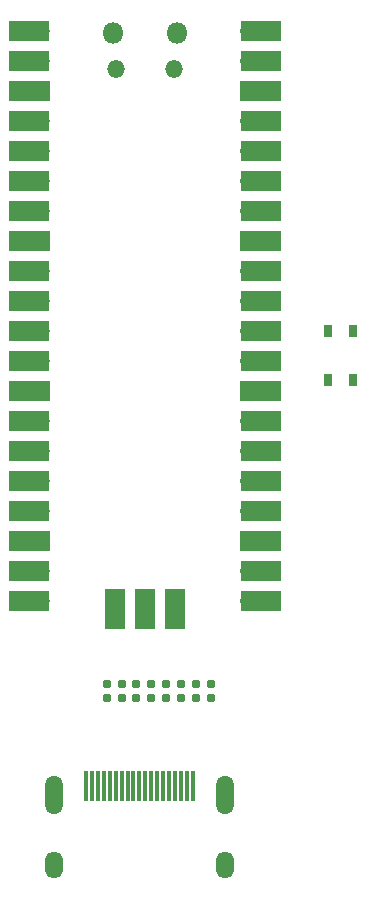
<source format=gbr>
%TF.GenerationSoftware,KiCad,Pcbnew,(6.0.0-0)*%
%TF.CreationDate,2022-10-23T16:11:07-04:00*%
%TF.ProjectId,HDMI_PICO,48444d49-5f50-4494-934f-2e6b69636164,rev?*%
%TF.SameCoordinates,Original*%
%TF.FileFunction,Soldermask,Top*%
%TF.FilePolarity,Negative*%
%FSLAX46Y46*%
G04 Gerber Fmt 4.6, Leading zero omitted, Abs format (unit mm)*
G04 Created by KiCad (PCBNEW (6.0.0-0)) date 2022-10-23 16:11:07*
%MOMM*%
%LPD*%
G01*
G04 APERTURE LIST*
G04 Aperture macros list*
%AMRoundRect*
0 Rectangle with rounded corners*
0 $1 Rounding radius*
0 $2 $3 $4 $5 $6 $7 $8 $9 X,Y pos of 4 corners*
0 Add a 4 corners polygon primitive as box body*
4,1,4,$2,$3,$4,$5,$6,$7,$8,$9,$2,$3,0*
0 Add four circle primitives for the rounded corners*
1,1,$1+$1,$2,$3*
1,1,$1+$1,$4,$5*
1,1,$1+$1,$6,$7*
1,1,$1+$1,$8,$9*
0 Add four rect primitives between the rounded corners*
20,1,$1+$1,$2,$3,$4,$5,0*
20,1,$1+$1,$4,$5,$6,$7,0*
20,1,$1+$1,$6,$7,$8,$9,0*
20,1,$1+$1,$8,$9,$2,$3,0*%
G04 Aperture macros list end*
%ADD10O,1.700000X1.700000*%
%ADD11R,1.700000X1.700000*%
%ADD12R,3.500000X1.700000*%
%ADD13O,1.800000X1.800000*%
%ADD14O,1.500000X1.500000*%
%ADD15R,1.700000X3.500000*%
%ADD16RoundRect,0.160000X-0.160000X0.197500X-0.160000X-0.197500X0.160000X-0.197500X0.160000X0.197500X0*%
%ADD17R,0.300000X2.600000*%
%ADD18O,1.500000X3.300000*%
%ADD19O,1.500000X2.300000*%
%ADD20R,0.650000X1.050000*%
G04 APERTURE END LIST*
D10*
%TO.C,U1*%
X175835000Y-62945000D03*
X175835000Y-65485000D03*
D11*
X175835000Y-68025000D03*
D10*
X175835000Y-70565000D03*
X175835000Y-73105000D03*
X175835000Y-75645000D03*
X175835000Y-78185000D03*
D11*
X175835000Y-80725000D03*
D10*
X175835000Y-83265000D03*
X175835000Y-85805000D03*
X175835000Y-88345000D03*
X175835000Y-90885000D03*
D11*
X175835000Y-93425000D03*
D10*
X175835000Y-95965000D03*
X175835000Y-98505000D03*
X175835000Y-101045000D03*
X175835000Y-103585000D03*
D11*
X175835000Y-106125000D03*
D10*
X175835000Y-108665000D03*
X175835000Y-111205000D03*
X193615000Y-111205000D03*
X193615000Y-108665000D03*
D11*
X193615000Y-106125000D03*
D10*
X193615000Y-103585000D03*
X193615000Y-101045000D03*
X193615000Y-98505000D03*
X193615000Y-95965000D03*
D11*
X193615000Y-93425000D03*
D10*
X193615000Y-90885000D03*
X193615000Y-88345000D03*
X193615000Y-85805000D03*
X193615000Y-83265000D03*
D11*
X193615000Y-80725000D03*
D10*
X193615000Y-78185000D03*
X193615000Y-75645000D03*
X193615000Y-73105000D03*
X193615000Y-70565000D03*
D11*
X193615000Y-68025000D03*
D10*
X193615000Y-65485000D03*
X193615000Y-62945000D03*
D12*
X174935000Y-62945000D03*
X174935000Y-65485000D03*
X174935000Y-68025000D03*
X174935000Y-70565000D03*
X174935000Y-73105000D03*
X174935000Y-75645000D03*
X174935000Y-78185000D03*
X174935000Y-80725000D03*
X174935000Y-83265000D03*
X174935000Y-85805000D03*
X174935000Y-88345000D03*
X174935000Y-90885000D03*
X174935000Y-93425000D03*
X174935000Y-95965000D03*
X174935000Y-98505000D03*
X174935000Y-101045000D03*
X174935000Y-103585000D03*
X174935000Y-106125000D03*
X174935000Y-108665000D03*
X174935000Y-111205000D03*
X194515000Y-62945000D03*
X194515000Y-65485000D03*
X194515000Y-68025000D03*
X194515000Y-70565000D03*
X194515000Y-73105000D03*
X194515000Y-75645000D03*
X194515000Y-78185000D03*
X194515000Y-80725000D03*
X194515000Y-83265000D03*
X194515000Y-85805000D03*
X194515000Y-88345000D03*
X194515000Y-90885000D03*
X194515000Y-93425000D03*
X194515000Y-95965000D03*
X194515000Y-98505000D03*
X194515000Y-101045000D03*
X194515000Y-103585000D03*
X194515000Y-106125000D03*
X194515000Y-108665000D03*
X194515000Y-111205000D03*
D13*
X182000000Y-63075000D03*
X187450000Y-63075000D03*
D14*
X182300000Y-66105000D03*
X187150000Y-66105000D03*
D15*
X182185000Y-111875000D03*
D10*
X182185000Y-110975000D03*
D15*
X184725000Y-111875000D03*
D11*
X184725000Y-110975000D03*
D15*
X187265000Y-111875000D03*
D10*
X187265000Y-110975000D03*
%TD*%
D16*
%TO.C,R7*%
X182735714Y-118202500D03*
X182735714Y-119397500D03*
%TD*%
%TO.C,R2*%
X189039284Y-118202500D03*
X189039284Y-119397500D03*
%TD*%
%TO.C,R1*%
X190300000Y-118202500D03*
X190300000Y-119397500D03*
%TD*%
%TO.C,R4*%
X186517856Y-118202500D03*
X186517856Y-119397500D03*
%TD*%
%TO.C,R8*%
X181475000Y-118202500D03*
X181475000Y-119397500D03*
%TD*%
%TO.C,R6*%
X183996428Y-118202500D03*
X183996428Y-119397500D03*
%TD*%
D17*
%TO.C,J1*%
X188750000Y-126838250D03*
X188250000Y-126838250D03*
X187750000Y-126838250D03*
X187250000Y-126838250D03*
X186750000Y-126838250D03*
X186250000Y-126838250D03*
X185750000Y-126838250D03*
X185250000Y-126838250D03*
X184750000Y-126838250D03*
X184250000Y-126838250D03*
X183750000Y-126838250D03*
X183250000Y-126838250D03*
X182750000Y-126838250D03*
X182250000Y-126838250D03*
X181750000Y-126838250D03*
X181250000Y-126838250D03*
X180750000Y-126838250D03*
X180250000Y-126838250D03*
X179750000Y-126838250D03*
D18*
X191500000Y-127568250D03*
X177000000Y-127568250D03*
D19*
X177000000Y-133528250D03*
X191500000Y-133528250D03*
%TD*%
D16*
%TO.C,R5*%
X185257142Y-118202500D03*
X185257142Y-119397500D03*
%TD*%
%TO.C,R3*%
X187778570Y-119397500D03*
X187778570Y-118202500D03*
%TD*%
D20*
%TO.C,SW1*%
X200200000Y-92500000D03*
X200200000Y-88350000D03*
X202350000Y-92500000D03*
X202350000Y-88350000D03*
%TD*%
M02*

</source>
